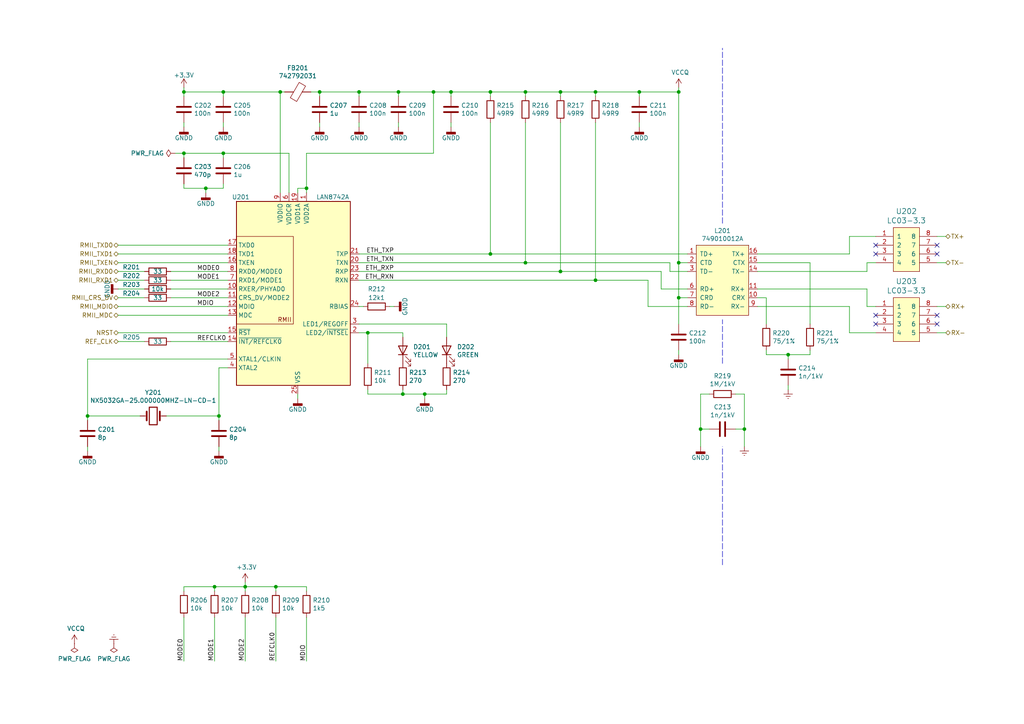
<source format=kicad_sch>
(kicad_sch (version 20230121) (generator eeschema)
  (paper "A4")
  (title_block (date "2023-07-12") (rev "1.1"))
  (lib_symbols
    (symbol "Device:C" (pin_numbers hide) (pin_names (offset 0.254))
      (property "Reference" "C" (at 0.635 2.54 0))
      (property "Value" "C" (at 0.635 -2.54 0))
      (symbol "C_0_1"
        (polyline (pts (xy -2.032 -0.762) (xy 2.032 -0.762)) (stroke (width 0.508)))
        (polyline (pts (xy -2.032 0.762) (xy 2.032 0.762)) (stroke (width 0.508)))
      )
      (symbol "C_1_1"
        (pin passive line (at 0 3.81 270) (length 2.794) (name "~") (number "1"))
        (pin passive line (at 0 -3.81 90) (length 2.794) (name "~") (number "2"))
      )
    )
    (symbol "Device:Crystal" (pin_numbers hide) (pin_names (offset 1.016) hide)
      (property "Reference" "Y" (at 0 3.81 0))
      (property "Value" "Crystal" (at 0 -3.81 0))
      (symbol "Crystal_0_1"
        (rectangle (start -1.143 2.54) (end 1.143 -2.54) (stroke (width 0.3048)))
        (polyline (pts (xy -2.54 0) (xy -1.905 0)))
        (polyline (pts (xy -1.905 -1.27) (xy -1.905 1.27)) (stroke (width 0.508)))
        (polyline (pts (xy 1.905 -1.27) (xy 1.905 1.27)) (stroke (width 0.508)))
        (polyline (pts (xy 2.54 0) (xy 1.905 0)))
      )
      (symbol "Crystal_1_1"
        (pin passive line (at -3.81 0 0) (length 1.27) (name "1") (number "1"))
        (pin passive line (at 3.81 0 180) (length 1.27) (name "2") (number "2"))
      )
    )
    (symbol "Device:Ferrite_Bead" (pin_numbers hide) (pin_names (offset 0))
      (property "Reference" "FB" (at -3.81 0.635 90))
      (property "Value" "Device_Ferrite_Bead" (at 3.81 0 90))
      (symbol "Ferrite_Bead_0_1"
        (polyline (pts (xy 0 -1.27) (xy 0 -1.2192)))
        (polyline (pts (xy 0 1.27) (xy 0 1.2954)))
        (polyline (pts (xy -2.7686 0.4064) (xy -1.7018 2.2606) (xy 2.7686 -0.3048) (xy 1.6764 -2.159) (xy -2.7686 0.4064)))
      )
      (symbol "Ferrite_Bead_1_1"
        (pin passive line (at 0 3.81 270) (length 2.54) (name "~") (number "1"))
        (pin passive line (at 0 -3.81 90) (length 2.54) (name "~") (number "2"))
      )
    )
    (symbol "Device:LED" (pin_numbers hide) (pin_names (offset 1.016) hide)
      (property "Reference" "D" (at 0 2.54 0))
      (property "Value" "LED" (at 0 -2.54 0))
      (symbol "LED_0_1"
        (polyline (pts (xy -1.27 -1.27) (xy -1.27 1.27)) (stroke (width 0.254)))
        (polyline (pts (xy -1.27 0) (xy 1.27 0)))
        (polyline (pts (xy 1.27 -1.27) (xy 1.27 1.27) (xy -1.27 0) (xy 1.27 -1.27)) (stroke (width 0.254)))
        (polyline (pts (xy -3.048 -0.762) (xy -4.572 -2.286) (xy -3.81 -2.286) (xy -4.572 -2.286) (xy -4.572 -1.524)))
        (polyline (pts (xy -1.778 -0.762) (xy -3.302 -2.286) (xy -2.54 -2.286) (xy -3.302 -2.286) (xy -3.302 -1.524)))
      )
      (symbol "LED_1_1"
        (pin passive line (at -3.81 0 0) (length 2.54) (name "K") (number "1"))
        (pin passive line (at 3.81 0 180) (length 2.54) (name "A") (number "2"))
      )
    )
    (symbol "Device:R" (pin_numbers hide) (pin_names (offset 0))
      (property "Reference" "R" (at 2.032 0 90))
      (property "Value" "R" (at 0 0 90))
      (symbol "R_0_1"
        (rectangle (start -1.016 -2.54) (end 1.016 2.54) (stroke (width 0.254)))
      )
      (symbol "R_1_1"
        (pin passive line (at 0 3.81 270) (length 1.27) (name "~") (number "1"))
        (pin passive line (at 0 -3.81 90) (length 1.27) (name "~") (number "2"))
      )
    )
    (symbol "ETH1CFGEN1:749010012A" (pin_names (offset 1.016))
      (property "Reference" "L" (at 0 13.97 0))
      (property "Value" "749010012A" (at 0 11.43 0))
      (symbol "749010012A_0_1"
        (rectangle (start -7.62 10.16) (end 7.62 -10.16) (fill (type background)))
      )
      (symbol "749010012A_1_1"
        (pin bidirectional line (at -10.16 7.62 0) (length 2.54) (name "TD+") (number "1"))
        (pin bidirectional line (at 10.16 -5.08 180) (length 2.54) (name "CRX") (number "10"))
        (pin bidirectional line (at 10.16 -2.54 180) (length 2.54) (name "RX+") (number "11"))
        (pin bidirectional line (at 10.16 2.54 180) (length 2.54) (name "TX-") (number "14"))
        (pin bidirectional line (at 10.16 5.08 180) (length 2.54) (name "CTX") (number "15"))
        (pin bidirectional line (at 10.16 7.62 180) (length 2.54) (name "TX+") (number "16"))
        (pin passive line (at -10.16 5.08 0) (length 2.54) (name "CTD") (number "2"))
        (pin bidirectional line (at -10.16 2.54 0) (length 2.54) (name "TD-") (number "3"))
        (pin bidirectional line (at -10.16 -2.54 0) (length 2.54) (name "RD+") (number "6"))
        (pin passive line (at -10.16 -5.08 0) (length 2.54) (name "CRD") (number "7"))
        (pin bidirectional line (at -10.16 -7.62 0) (length 2.54) (name "RD-") (number "8"))
        (pin bidirectional line (at 10.16 -7.62 180) (length 2.54) (name "RX-") (number "9"))
      )
    )
    (symbol "ETH1CFGEN1:LC03-3.3" (pin_names (offset 1.016))
      (property "Reference" "U" (at -2.54 7.62 0))
      (property "Value" "LC03-3.3" (at 0 -8.255 0))
      (symbol "LC03-3.3_0_1"
        (rectangle (start -3.81 6.35) (end 3.81 -6.35) (fill (type background)))
        (rectangle (start 3.81 -6.35) (end 3.81 -6.35))
      )
      (symbol "LC03-3.3_1_1"
        (pin bidirectional line (at -8.89 3.81 0) (length 5.08) (name "1") (number "1"))
        (pin bidirectional line (at -8.89 1.27 0) (length 5.08) (name "2") (number "2"))
        (pin bidirectional line (at -8.89 -1.27 0) (length 5.08) (name "3") (number "3"))
        (pin bidirectional line (at -8.89 -3.81 0) (length 5.08) (name "4") (number "4"))
        (pin bidirectional line (at 8.89 -3.81 180) (length 5.08) (name "5") (number "5"))
        (pin bidirectional line (at 8.89 -1.27 180) (length 5.08) (name "6") (number "6"))
        (pin bidirectional line (at 8.89 1.27 180) (length 5.08) (name "7") (number "7"))
        (pin bidirectional line (at 8.89 3.81 180) (length 5.08) (name "8") (number "8"))
      )
    )
    (symbol "ETH1CSMU2:LAN8742"
      (property "Reference" "U" (at -13.97 29.21 0))
      (property "Value" "LAN8742" (at 15.24 29.21 0))
      (symbol "LAN8742_0_0"
        (text "RMII" (at -3.81 -6.35 0) (effects (font (size 1.27 1.27))))
      )
      (symbol "LAN8742_0_1"
        (rectangle (start -17.78 17.78) (end -1.27 -7.62))
        (rectangle (start -17.78 27.94) (end 15.24 -25.4) (stroke (width 0.254)) (fill (type background)))
      )
      (symbol "LAN8742_1_1"
        (pin power_in line (at 2.54 30.48 270) (length 2.54) (name "VDD2A") (number "1"))
        (pin output line (at -20.32 2.54 0) (length 2.54) (name "RXER/PHYAD0") (number "10"))
        (pin output line (at -20.32 0 0) (length 2.54) (name "CRS_DV/MODE2") (number "11"))
        (pin bidirectional line (at -20.32 -2.54 0) (length 2.54) (name "MDIO") (number "12"))
        (pin input line (at -20.32 -5.08 0) (length 2.54) (name "MDC") (number "13"))
        (pin output line (at -20.32 -12.7 0) (length 2.54) (name "~{INT/REFCLK0}") (number "14"))
        (pin input line (at -20.32 -10.16 0) (length 2.54) (name "~{RST}") (number "15"))
        (pin input line (at -20.32 10.16 0) (length 2.54) (name "TXEN") (number "16"))
        (pin input line (at -20.32 15.24 0) (length 2.54) (name "TXD0") (number "17"))
        (pin input line (at -20.32 12.7 0) (length 2.54) (name "TXD1") (number "18"))
        (pin power_in line (at 0 30.48 270) (length 2.54) (name "VDD1A") (number "19"))
        (pin bidirectional line (at 17.78 -10.16 180) (length 2.54) (name "LED2/~{INTSEL}") (number "2"))
        (pin output line (at 17.78 10.16 180) (length 2.54) (name "TXN") (number "20"))
        (pin output line (at 17.78 12.7 180) (length 2.54) (name "TXP") (number "21"))
        (pin output line (at 17.78 5.08 180) (length 2.54) (name "RXN") (number "22"))
        (pin output line (at 17.78 7.62 180) (length 2.54) (name "RXP") (number "23"))
        (pin input line (at 17.78 -2.54 180) (length 2.54) (name "RBIAS") (number "24"))
        (pin passive line (at 0 -27.94 90) (length 2.54) (name "VSS") (number "25"))
        (pin bidirectional line (at 17.78 -7.62 180) (length 2.54) (name "LED1/REGOFF") (number "3"))
        (pin passive line (at -20.32 -20.32 0) (length 2.54) (name "XTAL2") (number "4"))
        (pin passive line (at -20.32 -17.78 0) (length 2.54) (name "XTAL1/CLKIN") (number "5"))
        (pin power_in line (at -2.54 30.48 270) (length 2.54) (name "VDDCR") (number "6"))
        (pin output line (at -20.32 5.08 0) (length 2.54) (name "RXD1/MODE1") (number "7"))
        (pin output line (at -20.32 7.62 0) (length 2.54) (name "RXD0/MODE0") (number "8"))
        (pin power_in line (at -5.08 30.48 270) (length 2.54) (name "VDDIO") (number "9"))
      )
    )
    (symbol "power:+3.3V" (power) (pin_names (offset 0))
      (property "Value" "+3.3V" (at 0 3.556 0))
      (symbol "+3.3V_0_1"
        (polyline (pts (xy -0.762 1.27) (xy 0 2.54)))
        (polyline (pts (xy 0 0) (xy 0 2.54)))
        (polyline (pts (xy 0 2.54) (xy 0.762 1.27)))
      )
      (symbol "+3.3V_1_1"
        (pin power_in line (at 0 0 90) (length 0) hide (name "+3.3V") (number "1"))
      )
    )
    (symbol "power:Earth" (power) (pin_names (offset 0))
      (symbol "Earth_0_1"
        (polyline (pts (xy -0.635 -1.905) (xy 0.635 -1.905)))
        (polyline (pts (xy -0.127 -2.54) (xy 0.127 -2.54)))
        (polyline (pts (xy 0 -1.27) (xy 0 0)))
        (polyline (pts (xy 1.27 -1.27) (xy -1.27 -1.27)))
      )
      (symbol "Earth_1_1"
        (pin power_in line (at 0 0 270) (length 0) hide (name "Earth") (number "1"))
      )
    )
    (symbol "power:GNDD" (power) (pin_names (offset 0))
      (property "Value" "GNDD" (at 0 -3.175 0))
      (symbol "GNDD_0_1"
        (rectangle (start -1.27 -1.524) (end 1.27 -2.032) (stroke (width 0.254)) (fill (type outline)))
        (polyline (pts (xy 0 0) (xy 0 -1.524)))
      )
      (symbol "GNDD_1_1"
        (pin power_in line (at 0 0 270) (length 0) hide (name "GNDD") (number "1"))
      )
    )
    (symbol "power:PWR_FLAG" (power) (pin_numbers hide) (pin_names (offset 0) hide)
      (property "Value" "PWR_FLAG" (at 0 3.81 0))
      (symbol "PWR_FLAG_0_0"
        (pin power_out line (at 0 0 90) (length 0) (name "pwr") (number "1"))
      )
      (symbol "PWR_FLAG_0_1"
        (polyline (pts (xy 0 0) (xy 0 1.27) (xy -1.016 1.905) (xy 0 2.54) (xy 1.016 1.905) (xy 0 1.27)))
      )
    )
    (symbol "power:VCCQ" (power) (pin_names (offset 0))
      (property "Value" "VCCQ" (at 0 3.81 0))
      (symbol "VCCQ_0_1"
        (polyline (pts (xy -0.762 1.27) (xy 0 2.54)))
        (polyline (pts (xy 0 0) (xy 0 2.54)))
        (polyline (pts (xy 0 2.54) (xy 0.762 1.27)))
      )
      (symbol "VCCQ_1_1"
        (pin power_in line (at 0 0 90) (length 0) hide (name "VCCQ") (number "1"))
      )
    )
  )
  (junction (at 162.56 78.74))
  (junction (at 88.9 54.61))
  (junction (at 59.69 54.61))
  (junction (at 228.6 102.87))
  (junction (at 152.4 26.67))
  (junction (at 203.2 124.46))
  (junction (at 196.85 76.2))
  (junction (at 130.81 26.67))
  (junction (at 53.34 44.45))
  (junction (at 116.84 114.3))
  (junction (at 80.01 170.18))
  (junction (at 172.72 26.67))
  (junction (at 115.57 26.67))
  (junction (at 123.19 114.3))
  (junction (at 196.85 26.67))
  (junction (at 162.56 26.67))
  (junction (at 92.71 26.67))
  (junction (at 63.5 120.65))
  (junction (at 81.28 26.67))
  (junction (at 142.24 26.67))
  (junction (at 64.77 44.45))
  (junction (at 106.68 96.52))
  (junction (at 125.73 26.67))
  (junction (at 196.85 86.36))
  (junction (at 142.24 73.66))
  (junction (at 62.23 170.18))
  (junction (at 104.14 26.67))
  (junction (at 185.42 26.67))
  (junction (at 25.4 120.65))
  (junction (at 152.4 76.2))
  (junction (at 71.12 170.18))
  (junction (at 64.77 26.67))
  (junction (at 53.34 26.67))
  (junction (at 215.9 124.46))
  (junction (at 172.72 81.28))
  (no_connect (at 271.78 93.98))
  (no_connect (at 271.78 73.66))
  (no_connect (at 254 73.66))
  (no_connect (at 254 71.12))
  (no_connect (at 271.78 71.12))
  (no_connect (at 254 93.98))
  (no_connect (at 254 91.44))
  (no_connect (at 271.78 91.44))
  (wire (pts (xy 172.72 35.56) (xy 172.72 81.28)))
  (wire (pts (xy 48.26 120.65) (xy 63.5 120.65)))
  (wire (pts (xy 125.73 26.67) (xy 115.57 26.67)))
  (wire (pts (xy 271.78 68.58) (xy 274.32 68.58)))
  (wire (pts (xy 104.14 78.74) (xy 162.56 78.74)))
  (wire (pts (xy 129.54 97.79) (xy 129.54 93.98)))
  (wire (pts (xy 53.34 27.94) (xy 53.34 26.67)))
  (wire (pts (xy 59.69 54.61) (xy 64.77 54.61)))
  (wire (pts (xy 53.34 44.45) (xy 64.77 44.45)))
  (wire (pts (xy 162.56 27.94) (xy 162.56 26.67)))
  (wire (pts (xy 53.34 170.18) (xy 62.23 170.18)))
  (wire (pts (xy 86.36 54.61) (xy 88.9 54.61)))
  (wire (pts (xy 116.84 113.03) (xy 116.84 114.3)))
  (wire (pts (xy 106.68 105.41) (xy 106.68 96.52)))
  (wire (pts (xy 104.14 81.28) (xy 172.72 81.28)))
  (wire (pts (xy 80.01 171.45) (xy 80.01 170.18)))
  (wire (pts (xy 86.36 55.88) (xy 86.36 54.61)))
  (wire (pts (xy 63.5 130.81) (xy 63.5 129.54)))
  (wire (pts (xy 251.46 88.9) (xy 254 88.9)))
  (wire (pts (xy 83.82 44.45) (xy 83.82 55.88)))
  (wire (pts (xy 81.28 26.67) (xy 81.28 55.88)))
  (wire (pts (xy 251.46 76.2) (xy 254 76.2)))
  (wire (pts (xy 162.56 78.74) (xy 191.77 78.74)))
  (wire (pts (xy 222.25 86.36) (xy 219.71 86.36)))
  (wire (pts (xy 64.77 54.61) (xy 64.77 53.34)))
  (wire (pts (xy 234.95 102.87) (xy 234.95 101.6)))
  (polyline (pts (xy 209.55 105.41) (xy 209.55 92.71)) (stroke (width 0) (type dash)))
  (wire (pts (xy 53.34 26.67) (xy 64.77 26.67)))
  (wire (pts (xy 88.9 54.61) (xy 88.9 44.45)))
  (wire (pts (xy 71.12 168.91) (xy 71.12 170.18)))
  (wire (pts (xy 162.56 26.67) (xy 172.72 26.67)))
  (wire (pts (xy 251.46 78.74) (xy 251.46 76.2)))
  (wire (pts (xy 115.57 36.83) (xy 115.57 35.56)))
  (wire (pts (xy 125.73 44.45) (xy 125.73 26.67)))
  (wire (pts (xy 222.25 93.98) (xy 222.25 86.36)))
  (polyline (pts (xy 209.55 64.77) (xy 209.55 13.97)) (stroke (width 0) (type dash)))
  (wire (pts (xy 104.14 73.66) (xy 142.24 73.66)))
  (wire (pts (xy 196.85 26.67) (xy 196.85 76.2)))
  (wire (pts (xy 215.9 124.46) (xy 213.36 124.46)))
  (wire (pts (xy 219.71 88.9) (xy 246.38 88.9)))
  (wire (pts (xy 88.9 171.45) (xy 88.9 170.18)))
  (wire (pts (xy 25.4 129.54) (xy 25.4 130.81)))
  (wire (pts (xy 116.84 114.3) (xy 106.68 114.3)))
  (wire (pts (xy 88.9 44.45) (xy 125.73 44.45)))
  (wire (pts (xy 130.81 36.83) (xy 130.81 35.56)))
  (wire (pts (xy 64.77 45.72) (xy 64.77 44.45)))
  (wire (pts (xy 104.14 76.2) (xy 152.4 76.2)))
  (wire (pts (xy 34.29 83.82) (xy 41.91 83.82)))
  (wire (pts (xy 219.71 83.82) (xy 251.46 83.82)))
  (wire (pts (xy 71.12 170.18) (xy 71.12 171.45)))
  (wire (pts (xy 246.38 73.66) (xy 246.38 68.58)))
  (wire (pts (xy 106.68 114.3) (xy 106.68 113.03)))
  (wire (pts (xy 130.81 26.67) (xy 142.24 26.67)))
  (wire (pts (xy 88.9 54.61) (xy 88.9 55.88)))
  (wire (pts (xy 215.9 114.3) (xy 215.9 124.46)))
  (wire (pts (xy 246.38 68.58) (xy 254 68.58)))
  (wire (pts (xy 64.77 26.67) (xy 81.28 26.67)))
  (wire (pts (xy 222.25 101.6) (xy 222.25 102.87)))
  (wire (pts (xy 104.14 93.98) (xy 129.54 93.98)))
  (wire (pts (xy 34.29 81.28) (xy 41.91 81.28)))
  (wire (pts (xy 34.29 99.06) (xy 41.91 99.06)))
  (wire (pts (xy 63.5 106.68) (xy 66.04 106.68)))
  (wire (pts (xy 49.53 78.74) (xy 66.04 78.74)))
  (wire (pts (xy 104.14 27.94) (xy 104.14 26.67)))
  (wire (pts (xy 219.71 73.66) (xy 246.38 73.66)))
  (wire (pts (xy 25.4 104.14) (xy 25.4 120.65)))
  (wire (pts (xy 191.77 83.82) (xy 199.39 83.82)))
  (wire (pts (xy 271.78 96.52) (xy 274.32 96.52)))
  (wire (pts (xy 203.2 114.3) (xy 203.2 124.46)))
  (wire (pts (xy 34.29 76.2) (xy 66.04 76.2)))
  (wire (pts (xy 62.23 170.18) (xy 71.12 170.18)))
  (wire (pts (xy 196.85 86.36) (xy 199.39 86.36)))
  (wire (pts (xy 125.73 26.67) (xy 130.81 26.67)))
  (wire (pts (xy 63.5 121.92) (xy 63.5 120.65)))
  (wire (pts (xy 130.81 27.94) (xy 130.81 26.67)))
  (wire (pts (xy 86.36 115.57) (xy 86.36 114.3)))
  (wire (pts (xy 142.24 73.66) (xy 199.39 73.66)))
  (wire (pts (xy 80.01 179.07) (xy 80.01 191.77)))
  (wire (pts (xy 185.42 27.94) (xy 185.42 26.67)))
  (wire (pts (xy 25.4 121.92) (xy 25.4 120.65)))
  (wire (pts (xy 246.38 96.52) (xy 254 96.52)))
  (wire (pts (xy 25.4 120.65) (xy 40.64 120.65)))
  (wire (pts (xy 34.29 73.66) (xy 66.04 73.66)))
  (wire (pts (xy 53.34 54.61) (xy 59.69 54.61)))
  (wire (pts (xy 203.2 124.46) (xy 205.74 124.46)))
  (wire (pts (xy 228.6 104.14) (xy 228.6 102.87)))
  (wire (pts (xy 34.29 71.12) (xy 66.04 71.12)))
  (wire (pts (xy 53.34 25.4) (xy 53.34 26.67)))
  (wire (pts (xy 104.14 96.52) (xy 106.68 96.52)))
  (wire (pts (xy 246.38 88.9) (xy 246.38 96.52)))
  (wire (pts (xy 172.72 27.94) (xy 172.72 26.67)))
  (wire (pts (xy 228.6 111.76) (xy 228.6 113.03)))
  (wire (pts (xy 53.34 171.45) (xy 53.34 170.18)))
  (wire (pts (xy 215.9 129.54) (xy 215.9 124.46)))
  (wire (pts (xy 53.34 36.83) (xy 53.34 35.56)))
  (wire (pts (xy 64.77 27.94) (xy 64.77 26.67)))
  (wire (pts (xy 104.14 26.67) (xy 92.71 26.67)))
  (wire (pts (xy 49.53 81.28) (xy 66.04 81.28)))
  (wire (pts (xy 81.28 26.67) (xy 82.55 26.67)))
  (wire (pts (xy 59.69 55.88) (xy 59.69 54.61)))
  (wire (pts (xy 234.95 76.2) (xy 219.71 76.2)))
  (wire (pts (xy 271.78 88.9) (xy 274.32 88.9)))
  (wire (pts (xy 185.42 36.83) (xy 185.42 35.56)))
  (wire (pts (xy 49.53 83.82) (xy 66.04 83.82)))
  (wire (pts (xy 64.77 36.83) (xy 64.77 35.56)))
  (wire (pts (xy 71.12 179.07) (xy 71.12 191.77)))
  (wire (pts (xy 152.4 26.67) (xy 162.56 26.67)))
  (wire (pts (xy 88.9 170.18) (xy 80.01 170.18)))
  (wire (pts (xy 185.42 26.67) (xy 196.85 26.67)))
  (wire (pts (xy 92.71 36.83) (xy 92.71 35.56)))
  (wire (pts (xy 106.68 96.52) (xy 116.84 96.52)))
  (wire (pts (xy 196.85 102.87) (xy 196.85 101.6)))
  (wire (pts (xy 49.53 99.06) (xy 66.04 99.06)))
  (wire (pts (xy 152.4 27.94) (xy 152.4 26.67)))
  (wire (pts (xy 92.71 26.67) (xy 90.17 26.67)))
  (wire (pts (xy 172.72 81.28) (xy 187.96 81.28)))
  (wire (pts (xy 115.57 27.94) (xy 115.57 26.67)))
  (wire (pts (xy 172.72 26.67) (xy 185.42 26.67)))
  (wire (pts (xy 123.19 114.3) (xy 129.54 114.3)))
  (wire (pts (xy 152.4 76.2) (xy 194.31 76.2)))
  (wire (pts (xy 114.3 88.9) (xy 113.03 88.9)))
  (wire (pts (xy 49.53 86.36) (xy 66.04 86.36)))
  (wire (pts (xy 104.14 36.83) (xy 104.14 35.56)))
  (wire (pts (xy 34.29 91.44) (xy 66.04 91.44)))
  (wire (pts (xy 105.41 88.9) (xy 104.14 88.9)))
  (wire (pts (xy 187.96 81.28) (xy 187.96 88.9)))
  (wire (pts (xy 228.6 102.87) (xy 234.95 102.87)))
  (wire (pts (xy 194.31 76.2) (xy 194.31 78.74)))
  (wire (pts (xy 62.23 179.07) (xy 62.23 191.77)))
  (wire (pts (xy 50.8 44.45) (xy 53.34 44.45)))
  (wire (pts (xy 219.71 78.74) (xy 251.46 78.74)))
  (wire (pts (xy 271.78 76.2) (xy 274.32 76.2)))
  (wire (pts (xy 80.01 170.18) (xy 71.12 170.18)))
  (wire (pts (xy 213.36 114.3) (xy 215.9 114.3)))
  (wire (pts (xy 62.23 171.45) (xy 62.23 170.18)))
  (wire (pts (xy 203.2 129.54) (xy 203.2 124.46)))
  (wire (pts (xy 53.34 53.34) (xy 53.34 54.61)))
  (wire (pts (xy 66.04 104.14) (xy 25.4 104.14)))
  (wire (pts (xy 63.5 120.65) (xy 63.5 106.68)))
  (wire (pts (xy 162.56 35.56) (xy 162.56 78.74)))
  (wire (pts (xy 152.4 35.56) (xy 152.4 76.2)))
  (wire (pts (xy 34.29 88.9) (xy 66.04 88.9)))
  (wire (pts (xy 116.84 97.79) (xy 116.84 96.52)))
  (wire (pts (xy 234.95 93.98) (xy 234.95 76.2)))
  (wire (pts (xy 222.25 102.87) (xy 228.6 102.87)))
  (wire (pts (xy 142.24 35.56) (xy 142.24 73.66)))
  (polyline (pts (xy 209.55 163.83) (xy 209.55 129.54)) (stroke (width 0) (type dash)))
  (wire (pts (xy 34.29 96.52) (xy 66.04 96.52)))
  (wire (pts (xy 187.96 88.9) (xy 199.39 88.9)))
  (wire (pts (xy 123.19 115.57) (xy 123.19 114.3)))
  (wire (pts (xy 115.57 26.67) (xy 104.14 26.67)))
  (wire (pts (xy 196.85 86.36) (xy 196.85 76.2)))
  (wire (pts (xy 196.85 25.4) (xy 196.85 26.67)))
  (wire (pts (xy 196.85 93.98) (xy 196.85 86.36)))
  (wire (pts (xy 142.24 26.67) (xy 152.4 26.67)))
  (wire (pts (xy 88.9 179.07) (xy 88.9 191.77)))
  (wire (pts (xy 53.34 44.45) (xy 53.34 45.72)))
  (wire (pts (xy 92.71 27.94) (xy 92.71 26.67)))
  (wire (pts (xy 64.77 44.45) (xy 83.82 44.45)))
  (wire (pts (xy 196.85 76.2) (xy 199.39 76.2)))
  (wire (pts (xy 251.46 83.82) (xy 251.46 88.9)))
  (wire (pts (xy 191.77 78.74) (xy 191.77 83.82)))
  (wire (pts (xy 129.54 114.3) (xy 129.54 113.03)))
  (wire (pts (xy 41.91 78.74) (xy 34.29 78.74)))
  (wire (pts (xy 205.74 114.3) (xy 203.2 114.3)))
  (wire (pts (xy 116.84 114.3) (xy 123.19 114.3)))
  (wire (pts (xy 53.34 179.07) (xy 53.34 191.77)))
  (wire (pts (xy 194.31 78.74) (xy 199.39 78.74)))
  (wire (pts (xy 34.29 86.36) (xy 41.91 86.36)))
  (wire (pts (xy 142.24 27.94) (xy 142.24 26.67)))
  (label "ETH_RXN" (at 114.3 81.28 180))
  (label "REFCLK0" (at 80.01 191.77 90))
  (label "MODE2" (at 57.15 86.36 0))
  (label "MDIO" (at 88.9 191.77 90))
  (label "REFCLK0" (at 57.15 99.06 0))
  (label "MODE0" (at 57.15 78.74 0))
  (label "MODE0" (at 53.34 191.77 90))
  (label "ETH_TXN" (at 114.3 76.2 180))
  (label "MODE1" (at 62.23 191.77 90))
  (label "MODE1" (at 57.15 81.28 0))
  (label "ETH_TXP" (at 114.3 73.66 180))
  (label "ETH_RXP" (at 114.3 78.74 180))
  (label "MODE2" (at 71.12 191.77 90))
  (label "MDIO" (at 57.15 88.9 0))
  (hierarchical_label "REF_CLK" (shape bidirectional) (at 34.29 99.06 180))
  (hierarchical_label "TX+" (shape bidirectional) (at 274.32 68.58 0))
  (hierarchical_label "RMII_MDIO" (shape bidirectional) (at 34.29 88.9 180))
  (hierarchical_label "NRST" (shape bidirectional) (at 34.29 96.52 180))
  (hierarchical_label "TX-" (shape bidirectional) (at 274.32 76.2 0))
  (hierarchical_label "RX+" (shape bidirectional) (at 274.32 88.9 0))
  (hierarchical_label "RMII_RXD1" (shape bidirectional) (at 34.29 81.28 180))
  (hierarchical_label "RMII_RXD0" (shape bidirectional) (at 34.29 78.74 180))
  (hierarchical_label "RX-" (shape bidirectional) (at 274.32 96.52 0))
  (hierarchical_label "RMII_TXD1" (shape bidirectional) (at 34.29 73.66 180))
  (hierarchical_label "RMII_MDC" (shape bidirectional) (at 34.29 91.44 180))
  (hierarchical_label "RMII_TXD0" (shape bidirectional) (at 34.29 71.12 180))
  (hierarchical_label "RMII_CRS_DV" (shape bidirectional) (at 34.29 86.36 180))
  (hierarchical_label "RMII_TXEN" (shape bidirectional) (at 34.29 76.2 180))
  (symbol (lib_id "power:GNDD") (at 104.14 36.83 0) (unit 1)
    (property "Reference" "#PWR0213" (effects hide))
    (property "Value" "GNDD" (at 104.14 40.005 0))
    (instances (project "ETH1CSMU2" (path "" (reference "#PWR0213") (unit 1))) (project "ETH1CFGEN1A" (path "" (reference "#PWR0313") (unit 1))))
  )
  (symbol (lib_id "power:GNDD") (at 53.34 36.83 0) (unit 1)
    (property "Reference" "#PWR0206" (effects hide))
    (property "Value" "GNDD" (at 53.34 40.005 0))
    (instances (project "ETH1CSMU2" (path "" (reference "#PWR0206") (unit 1))) (project "ETH1CFGEN1A" (path "" (reference "#PWR0306") (unit 1))))
  )
  (symbol (lib_id "Device:C") (at 64.77 31.75 0) (unit 1)
    (property "Reference" "C205" (at 67.691 30.5816 0) (effects (justify left)))
    (property "Value" "100n" (at 67.691 32.893 0) (effects (justify left)))
    (property "Footprint" "Capacitor_SMD:C_0603_1608Metric_Pad1.08x0.95mm_HandSolder" (effects hide))
    (instances (project "ETH1CSMU2" (path "" (reference "C205") (unit 1))) (project "ETH1CFGEN1A" (path "" (reference "C305") (unit 1))))
  )
  (symbol (lib_id "ETH1CFGEN1:749010012A") (at 209.55 81.28 0) (unit 1)
    (property "Reference" "L201" (at 209.55 66.929 0))
    (property "Value" "749010012A" (at 209.55 69.2404 0))
    (instances (project "ETH1CSMU2" (path "" (reference "L201") (unit 1))) (project "ETH1CFGEN1A" (path "" (reference "L301") (unit 1))))
  )
  (symbol (lib_id "Device:R") (at 71.12 175.26 0) (unit 1)
    (property "Reference" "R208" (at 72.898 174.0916 0) (effects (justify left)))
    (property "Value" "10k" (at 72.898 176.403 0) (effects (justify left)))
    (property "Footprint" "Resistor_SMD:R_0603_1608Metric_Pad0.98x0.95mm_HandSolder" (effects hide))
    (instances (project "ETH1CSMU2" (path "" (reference "R208") (unit 1))) (project "ETH1CFGEN1A" (path "" (reference "R308") (unit 1))))
  )
  (symbol (lib_id "power:GNDD") (at 203.2 129.54 0) (unit 1)
    (property "Reference" "#PWR0221" (effects hide))
    (property "Value" "GNDD" (at 203.2 132.715 0))
    (instances (project "ETH1CSMU2" (path "" (reference "#PWR0221") (unit 1))) (project "ETH1CFGEN1A" (path "" (reference "#PWR0321") (unit 1))))
  )
  (symbol (lib_id "Device:C") (at 185.42 31.75 0) (unit 1)
    (property "Reference" "C211" (at 188.341 30.5816 0) (effects (justify left)))
    (property "Value" "100n" (at 188.341 32.893 0) (effects (justify left)))
    (property "Footprint" "Capacitor_SMD:C_0603_1608Metric_Pad1.08x0.95mm_HandSolder" (effects hide))
    (instances (project "ETH1CSMU2" (path "" (reference "C211") (unit 1))) (project "ETH1CFGEN1A" (path "" (reference "C311") (unit 1))))
  )
  (symbol (lib_id "Device:R") (at 142.24 31.75 0) (unit 1)
    (property "Reference" "R215" (at 144.018 30.5816 0) (effects (justify left)))
    (property "Value" "49R9" (at 144.018 32.893 0) (effects (justify left)))
    (property "Footprint" "Resistor_SMD:R_0603_1608Metric_Pad0.98x0.95mm_HandSolder" (effects hide))
    (instances (project "ETH1CSMU2" (path "" (reference "R215") (unit 1))) (project "ETH1CFGEN1A" (path "" (reference "R315") (unit 1))))
  )
  (symbol (lib_id "power:GNDD") (at 34.29 83.82 270) (unit 1)
    (property "Reference" "#PWR0204" (effects hide))
    (property "Value" "GNDD" (at 31.115 83.82 0))
    (instances (project "ETH1CSMU2" (path "" (reference "#PWR0204") (unit 1))) (project "ETH1CFGEN1A" (path "" (reference "#PWR0304") (unit 1))))
  )
  (symbol (lib_id "Device:R") (at 45.72 78.74 270) (unit 1)
    (property "Reference" "R201" (at 38.1 77.47 90))
    (property "Value" "33" (at 45.72 78.74 90))
    (property "Footprint" "Resistor_SMD:R_0603_1608Metric_Pad0.98x0.95mm_HandSolder" (effects hide))
    (instances (project "ETH1CSMU2" (path "" (reference "R201") (unit 1))) (project "ETH1CFGEN1A" (path "" (reference "R301") (unit 1))))
  )
  (symbol (lib_id "power:GNDD") (at 130.81 36.83 0) (unit 1)
    (property "Reference" "#PWR0217" (effects hide))
    (property "Value" "GNDD" (at 130.81 40.005 0))
    (instances (project "ETH1CSMU2" (path "" (reference "#PWR0217") (unit 1))) (project "ETH1CFGEN1A" (path "" (reference "#PWR0317") (unit 1))))
  )
  (symbol (lib_id "Device:R") (at 222.25 97.79 0) (unit 1)
    (property "Reference" "R220" (at 224.028 96.6216 0) (effects (justify left)))
    (property "Value" "75/1%" (at 224.028 98.933 0) (effects (justify left)))
    (property "Footprint" "Resistor_SMD:R_0603_1608Metric_Pad0.98x0.95mm_HandSolder" (effects hide))
    (instances (project "ETH1CSMU2" (path "" (reference "R220") (unit 1))) (project "ETH1CFGEN1A" (path "" (reference "R320") (unit 1))))
  )
  (symbol (lib_id "Device:R") (at 209.55 114.3 270) (unit 1)
    (property "Reference" "R219" (at 209.55 109.0422 90))
    (property "Value" "1M/1kV" (at 209.55 111.3536 90))
    (instances (project "ETH1CSMU2" (path "" (reference "R219") (unit 1))) (project "ETH1CFGEN1A" (path "" (reference "R319") (unit 1))))
  )
  (symbol (lib_id "power:GNDD") (at 59.69 55.88 0) (unit 1)
    (property "Reference" "#PWR0207" (effects hide))
    (property "Value" "GNDD" (at 59.69 59.055 0))
    (instances (project "ETH1CSMU2" (path "" (reference "#PWR0207") (unit 1))) (project "ETH1CFGEN1A" (path "" (reference "#PWR0307") (unit 1))))
  )
  (symbol (lib_id "Device:R") (at 45.72 99.06 270) (unit 1)
    (property "Reference" "R205" (at 38.1 97.79 90))
    (property "Value" "33" (at 45.72 99.06 90))
    (property "Footprint" "Resistor_SMD:R_0603_1608Metric_Pad0.98x0.95mm_HandSolder" (effects hide))
    (instances (project "ETH1CSMU2" (path "" (reference "R205") (unit 1))) (project "ETH1CFGEN1A" (path "" (reference "R305") (unit 1))))
  )
  (symbol (lib_id "Device:C") (at 53.34 49.53 0) (unit 1)
    (property "Reference" "C203" (at 56.261 48.3616 0) (effects (justify left)))
    (property "Value" "470p" (at 56.261 50.673 0) (effects (justify left)))
    (property "Footprint" "Capacitor_SMD:C_0603_1608Metric_Pad1.08x0.95mm_HandSolder" (effects hide))
    (instances (project "ETH1CSMU2" (path "" (reference "C203") (unit 1))) (project "ETH1CFGEN1A" (path "" (reference "C303") (unit 1))))
  )
  (symbol (lib_id "Device:R") (at 109.22 88.9 270) (unit 1)
    (property "Reference" "R212" (at 109.22 83.82 90))
    (property "Value" "12k1" (at 109.22 86.36 90))
    (property "Footprint" "Resistor_SMD:R_0603_1608Metric_Pad0.98x0.95mm_HandSolder" (effects hide))
    (instances (project "ETH1CSMU2" (path "" (reference "R212") (unit 1))) (project "ETH1CFGEN1A" (path "" (reference "R312") (unit 1))))
  )
  (symbol (lib_id "power:GNDD") (at 64.77 36.83 0) (unit 1)
    (property "Reference" "#PWR0209" (effects hide))
    (property "Value" "GNDD" (at 64.77 40.005 0))
    (instances (project "ETH1CSMU2" (path "" (reference "#PWR0209") (unit 1))) (project "ETH1CFGEN1A" (path "" (reference "#PWR0309") (unit 1))))
  )
  (symbol (lib_id "Device:R") (at 152.4 31.75 0) (unit 1)
    (property "Reference" "R216" (at 154.178 30.5816 0) (effects (justify left)))
    (property "Value" "49R9" (at 154.178 32.893 0) (effects (justify left)))
    (property "Footprint" "Resistor_SMD:R_0603_1608Metric_Pad0.98x0.95mm_HandSolder" (effects hide))
    (instances (project "ETH1CSMU2" (path "" (reference "R216") (unit 1))) (project "ETH1CFGEN1A" (path "" (reference "R316") (unit 1))))
  )
  (symbol (lib_id "power:Earth") (at 228.6 113.03 0) (unit 1)
    (property "Reference" "#PWR0223" (effects hide))
    (property "Value" "Earth" (effects hide))
    (instances (project "ETH1CSMU2" (path "" (reference "#PWR0223") (unit 1))) (project "ETH1CFGEN1A" (path "" (reference "#PWR0323") (unit 1))))
  )
  (symbol (lib_id "power:GNDD") (at 196.85 102.87 0) (unit 1)
    (property "Reference" "#PWR0220" (effects hide))
    (property "Value" "GNDD" (at 196.85 106.045 0))
    (instances (project "ETH1CSMU2" (path "" (reference "#PWR0220") (unit 1))) (project "ETH1CFGEN1A" (path "" (reference "#PWR0320") (unit 1))))
  )
  (symbol (lib_id "power:PWR_FLAG") (at 21.59 186.69 180) (unit 1)
    (property "Reference" "#FLG0201" (effects hide))
    (property "Value" "PWR_FLAG" (at 21.59 191.0842 0))
    (instances (project "ETH1CSMU2" (path "" (reference "#FLG0201") (unit 1))) (project "ETH1CFGEN1A" (path "" (reference "#FLG0301") (unit 1))))
  )
  (symbol (lib_id "power:GNDD") (at 115.57 36.83 0) (unit 1)
    (property "Reference" "#PWR0215" (effects hide))
    (property "Value" "GNDD" (at 115.57 40.005 0))
    (instances (project "ETH1CSMU2" (path "" (reference "#PWR0215") (unit 1))) (project "ETH1CFGEN1A" (path "" (reference "#PWR0315") (unit 1))))
  )
  (symbol (lib_id "Device:C") (at 209.55 124.46 270) (unit 1)
    (property "Reference" "C213" (at 209.55 118.0592 90))
    (property "Value" "1n/1kV" (at 209.55 120.3706 90))
    (instances (project "ETH1CSMU2" (path "" (reference "C213") (unit 1))) (project "ETH1CFGEN1A" (path "" (reference "C313") (unit 1))))
  )
  (symbol (lib_id "Device:C") (at 115.57 31.75 0) (unit 1)
    (property "Reference" "C209" (at 118.491 30.5816 0) (effects (justify left)))
    (property "Value" "100n" (at 118.491 32.893 0) (effects (justify left)))
    (property "Footprint" "Capacitor_SMD:C_0603_1608Metric_Pad1.08x0.95mm_HandSolder" (effects hide))
    (instances (project "ETH1CSMU2" (path "" (reference "C209") (unit 1))) (project "ETH1CFGEN1A" (path "" (reference "C309") (unit 1))))
  )
  (symbol (lib_id "Device:LED") (at 116.84 101.6 90) (unit 1)
    (property "Reference" "D201" (at 119.8372 100.6094 90) (effects (justify right)))
    (property "Value" "YELLOW" (at 119.8372 102.9208 90) (effects (justify right)))
    (property "Footprint" "LED_SMD:LED_0603_1608Metric_Pad1.05x0.95mm_HandSolder" (effects hide))
    (instances (project "ETH1CSMU2" (path "" (reference "D201") (unit 1))) (project "ETH1CFGEN1A" (path "" (reference "D301") (unit 1))))
  )
  (symbol (lib_id "power:PWR_FLAG") (at 33.02 186.69 180) (unit 1)
    (property "Reference" "#FLG0202" (effects hide))
    (property "Value" "PWR_FLAG" (at 33.02 191.0842 0))
    (instances (project "ETH1CSMU2" (path "" (reference "#FLG0202") (unit 1))) (project "ETH1CFGEN1A" (path "" (reference "#FLG0302") (unit 1))))
  )
  (symbol (lib_id "Device:R") (at 172.72 31.75 0) (unit 1)
    (property "Reference" "R218" (at 174.498 30.5816 0) (effects (justify left)))
    (property "Value" "49R9" (at 174.498 32.893 0) (effects (justify left)))
    (property "Footprint" "Resistor_SMD:R_0603_1608Metric_Pad0.98x0.95mm_HandSolder" (effects hide))
    (instances (project "ETH1CSMU2" (path "" (reference "R218") (unit 1))) (project "ETH1CFGEN1A" (path "" (reference "R318") (unit 1))))
  )
  (symbol (lib_id "power:VCCQ") (at 21.59 186.69 0) (unit 1)
    (property "Reference" "#PWR0201" (effects hide))
    (property "Value" "VCCQ" (at 22.0218 182.2958 0))
    (instances (project "ETH1CSMU2" (path "" (reference "#PWR0201") (unit 1))) (project "ETH1CFGEN1A" (path "" (reference "#PWR0301") (unit 1))))
  )
  (symbol (lib_id "Device:R") (at 116.84 109.22 0) (unit 1)
    (property "Reference" "R213" (at 118.618 108.0516 0) (effects (justify left)))
    (property "Value" "270" (at 118.618 110.363 0) (effects (justify left)))
    (property "Footprint" "Resistor_SMD:R_0603_1608Metric_Pad0.98x0.95mm_HandSolder" (effects hide))
    (instances (project "ETH1CSMU2" (path "" (reference "R213") (unit 1))) (project "ETH1CFGEN1A" (path "" (reference "R313") (unit 1))))
  )
  (symbol (lib_id "Device:R") (at 53.34 175.26 0) (unit 1)
    (property "Reference" "R206" (at 55.118 174.0916 0) (effects (justify left)))
    (property "Value" "10k" (at 55.118 176.403 0) (effects (justify left)))
    (property "Footprint" "Resistor_SMD:R_0603_1608Metric_Pad0.98x0.95mm_HandSolder" (effects hide))
    (instances (project "ETH1CSMU2" (path "" (reference "R206") (unit 1))) (project "ETH1CFGEN1A" (path "" (reference "R306") (unit 1))))
  )
  (symbol (lib_id "power:GNDD") (at 92.71 36.83 0) (unit 1)
    (property "Reference" "#PWR0212" (effects hide))
    (property "Value" "GNDD" (at 92.71 40.005 0))
    (instances (project "ETH1CSMU2" (path "" (reference "#PWR0212") (unit 1))) (project "ETH1CFGEN1A" (path "" (reference "#PWR0312") (unit 1))))
  )
  (symbol (lib_id "power:+3.3V") (at 53.34 25.4 0) (unit 1)
    (property "Reference" "#PWR0205" (effects hide))
    (property "Value" "+3.3V" (at 53.34 21.8242 0))
    (instances (project "ETH1CSMU2" (path "" (reference "#PWR0205") (unit 1))) (project "ETH1CFGEN1A" (path "" (reference "#PWR0305") (unit 1))))
  )
  (symbol (lib_id "power:GNDD") (at 185.42 36.83 0) (unit 1)
    (property "Reference" "#PWR0218" (effects hide))
    (property "Value" "GNDD" (at 185.42 40.005 0))
    (instances (project "ETH1CSMU2" (path "" (reference "#PWR0218") (unit 1))) (project "ETH1CFGEN1A" (path "" (reference "#PWR0318") (unit 1))))
  )
  (symbol (lib_id "Device:R") (at 62.23 175.26 0) (unit 1)
    (property "Reference" "R207" (at 64.008 174.0916 0) (effects (justify left)))
    (property "Value" "10k" (at 64.008 176.403 0) (effects (justify left)))
    (property "Footprint" "Resistor_SMD:R_0603_1608Metric_Pad0.98x0.95mm_HandSolder" (effects hide))
    (instances (project "ETH1CSMU2" (path "" (reference "R207") (unit 1))) (project "ETH1CFGEN1A" (path "" (reference "R307") (unit 1))))
  )
  (symbol (lib_id "Device:C") (at 104.14 31.75 0) (unit 1)
    (property "Reference" "C208" (at 107.061 30.5816 0) (effects (justify left)))
    (property "Value" "100n" (at 107.061 32.893 0) (effects (justify left)))
    (property "Footprint" "Capacitor_SMD:C_0603_1608Metric_Pad1.08x0.95mm_HandSolder" (effects hide))
    (instances (project "ETH1CSMU2" (path "" (reference "C208") (unit 1))) (project "ETH1CFGEN1A" (path "" (reference "C308") (unit 1))))
  )
  (symbol (lib_id "Device:R") (at 234.95 97.79 0) (unit 1)
    (property "Reference" "R221" (at 236.728 96.6216 0) (effects (justify left)))
    (property "Value" "75/1%" (at 236.728 98.933 0) (effects (justify left)))
    (property "Footprint" "Resistor_SMD:R_0603_1608Metric_Pad0.98x0.95mm_HandSolder" (effects hide))
    (instances (project "ETH1CSMU2" (path "" (reference "R221") (unit 1))) (project "ETH1CFGEN1A" (path "" (reference "R321") (unit 1))))
  )
  (symbol (lib_id "Device:R") (at 45.72 86.36 270) (unit 1)
    (property "Reference" "R204" (at 38.1 85.09 90))
    (property "Value" "33" (at 45.72 86.36 90))
    (property "Footprint" "Resistor_SMD:R_0603_1608Metric_Pad0.98x0.95mm_HandSolder" (effects hide))
    (instances (project "ETH1CSMU2" (path "" (reference "R204") (unit 1))) (project "ETH1CFGEN1A" (path "" (reference "R304") (unit 1))))
  )
  (symbol (lib_id "Device:C") (at 92.71 31.75 0) (unit 1)
    (property "Reference" "C207" (at 95.631 30.5816 0) (effects (justify left)))
    (property "Value" "1u" (at 95.631 32.893 0) (effects (justify left)))
    (instances (project "ETH1CSMU2" (path "" (reference "C207") (unit 1))) (project "ETH1CFGEN1A" (path "" (reference "C307") (unit 1))))
  )
  (symbol (lib_id "Device:C") (at 196.85 97.79 0) (unit 1)
    (property "Reference" "C212" (at 199.771 96.6216 0) (effects (justify left)))
    (property "Value" "100n" (at 199.771 98.933 0) (effects (justify left)))
    (property "Footprint" "Capacitor_SMD:C_0603_1608Metric_Pad1.08x0.95mm_HandSolder" (effects hide))
    (instances (project "ETH1CSMU2" (path "" (reference "C212") (unit 1))) (project "ETH1CFGEN1A" (path "" (reference "C312") (unit 1))))
  )
  (symbol (lib_id "Device:R") (at 106.68 109.22 0) (unit 1)
    (property "Reference" "R211" (at 108.458 108.0516 0) (effects (justify left)))
    (property "Value" "10k" (at 108.458 110.363 0) (effects (justify left)))
    (property "Footprint" "Resistor_SMD:R_0603_1608Metric_Pad0.98x0.95mm_HandSolder" (effects hide))
    (instances (project "ETH1CSMU2" (path "" (reference "R211") (unit 1))) (project "ETH1CFGEN1A" (path "" (reference "R311") (unit 1))))
  )
  (symbol (lib_id "power:GNDD") (at 114.3 88.9 90) (unit 1)
    (property "Reference" "#PWR0214" (effects hide))
    (property "Value" "GNDD" (at 117.475 88.9 0))
    (instances (project "ETH1CSMU2" (path "" (reference "#PWR0214") (unit 1))) (project "ETH1CFGEN1A" (path "" (reference "#PWR0314") (unit 1))))
  )
  (symbol (lib_id "Device:R") (at 129.54 109.22 0) (unit 1)
    (property "Reference" "R214" (at 131.318 108.0516 0) (effects (justify left)))
    (property "Value" "270" (at 131.318 110.363 0) (effects (justify left)))
    (property "Footprint" "Resistor_SMD:R_0603_1608Metric_Pad0.98x0.95mm_HandSolder" (effects hide))
    (instances (project "ETH1CSMU2" (path "" (reference "R214") (unit 1))) (project "ETH1CFGEN1A" (path "" (reference "R314") (unit 1))))
  )
  (symbol (lib_id "ETH1CSMU2:LAN8742") (at 86.36 86.36 0) (unit 1)
    (property "Reference" "U201" (at 69.85 57.15 0))
    (property "Value" "LAN8742A" (at 96.52 57.15 0))
    (property "Datasheet" "http://ww1.microchip.com/downloads/en/DeviceDoc/8720a.pdf" (effects hide))
    (instances (project "ETH1CSMU2" (path "" (reference "U201") (unit 1))) (project "ETH1CFGEN1A" (path "" (reference "U301") (unit 1))))
  )
  (symbol (lib_id "power:Earth") (at 33.02 186.69 180) (unit 1)
    (property "Reference" "#PWR0203" (effects hide))
    (property "Value" "Earth" (effects hide))
    (instances (project "ETH1CSMU2" (path "" (reference "#PWR0203") (unit 1))) (project "ETH1CFGEN1A" (path "" (reference "#PWR0303") (unit 1))))
  )
  (symbol (lib_id "ETH1CFGEN1:LC03-3.3") (at 262.89 72.39 0) (unit 1)
    (property "Reference" "U202" (at 262.89 61.2902 0) (effects (font (size 1.524 1.524))))
    (property "Value" "LC03-3.3" (at 262.89 63.9826 0) (effects (font (size 1.524 1.524))))
    (instances (project "ETH1CSMU2" (path "" (reference "U202") (unit 1))) (project "ETH1CFGEN1A" (path "" (reference "U302") (unit 1))))
  )
  (symbol (lib_id "Device:C") (at 63.5 125.73 0) (unit 1)
    (property "Reference" "C204" (at 66.421 124.5616 0) (effects (justify left)))
    (property "Value" "8p" (at 66.421 126.873 0) (effects (justify left)))
    (property "Footprint" "Capacitor_SMD:C_0603_1608Metric_Pad1.08x0.95mm_HandSolder" (effects hide))
    (instances (project "ETH1CSMU2" (path "" (reference "C204") (unit 1))) (project "ETH1CFGEN1A" (path "" (reference "C304") (unit 1))))
  )
  (symbol (lib_id "Device:R") (at 45.72 81.28 270) (unit 1)
    (property "Reference" "R202" (at 38.1 80.01 90))
    (property "Value" "33" (at 45.72 81.28 90))
    (property "Footprint" "Resistor_SMD:R_0603_1608Metric_Pad0.98x0.95mm_HandSolder" (effects hide))
    (instances (project "ETH1CSMU2" (path "" (reference "R202") (unit 1))) (project "ETH1CFGEN1A" (path "" (reference "R302") (unit 1))))
  )
  (symbol (lib_id "ETH1CFGEN1:LC03-3.3") (at 262.89 92.71 0) (unit 1)
    (property "Reference" "U203" (at 262.89 81.6102 0) (effects (font (size 1.524 1.524))))
    (property "Value" "LC03-3.3" (at 262.89 84.3026 0) (effects (font (size 1.524 1.524))))
    (instances (project "ETH1CSMU2" (path "" (reference "U203") (unit 1))) (project "ETH1CFGEN1A" (path "" (reference "U303") (unit 1))))
  )
  (symbol (lib_id "power:GNDD") (at 86.36 115.57 0) (unit 1)
    (property "Reference" "#PWR0211" (effects hide))
    (property "Value" "GNDD" (at 86.36 118.745 0))
    (instances (project "ETH1CSMU2" (path "" (reference "#PWR0211") (unit 1))) (project "ETH1CFGEN1A" (path "" (reference "#PWR0311") (unit 1))))
  )
  (symbol (lib_id "Device:C") (at 53.34 31.75 0) (unit 1)
    (property "Reference" "C202" (at 56.261 30.5816 0) (effects (justify left)))
    (property "Value" "100n" (at 56.261 32.893 0) (effects (justify left)))
    (property "Footprint" "Capacitor_SMD:C_0603_1608Metric_Pad1.08x0.95mm_HandSolder" (effects hide))
    (instances (project "ETH1CSMU2" (path "" (reference "C202") (unit 1))) (project "ETH1CFGEN1A" (path "" (reference "C302") (unit 1))))
  )
  (symbol (lib_id "power:Earth") (at 215.9 129.54 0) (unit 1)
    (property "Reference" "#PWR0222" (effects hide))
    (property "Value" "Earth" (effects hide))
    (instances (project "ETH1CSMU2" (path "" (reference "#PWR0222") (unit 1))) (project "ETH1CFGEN1A" (path "" (reference "#PWR0322") (unit 1))))
  )
  (symbol (lib_id "Device:C") (at 25.4 125.73 0) (unit 1)
    (property "Reference" "C201" (at 28.321 124.5616 0) (effects (justify left)))
    (property "Value" "8p" (at 28.321 126.873 0) (effects (justify left)))
    (property "Footprint" "Capacitor_SMD:C_0603_1608Metric_Pad1.08x0.95mm_HandSolder" (effects hide))
    (instances (project "ETH1CSMU2" (path "" (reference "C201") (unit 1))) (project "ETH1CFGEN1A" (path "" (reference "C301") (unit 1))))
  )
  (symbol (lib_id "Device:R") (at 80.01 175.26 0) (unit 1)
    (property "Reference" "R209" (at 81.788 174.0916 0) (effects (justify left)))
    (property "Value" "10k" (at 81.788 176.403 0) (effects (justify left)))
    (property "Footprint" "Resistor_SMD:R_0603_1608Metric_Pad0.98x0.95mm_HandSolder" (effects hide))
    (instances (project "ETH1CSMU2" (path "" (reference "R209") (unit 1))) (project "ETH1CFGEN1A" (path "" (reference "R309") (unit 1))))
  )
  (symbol (lib_id "Device:LED") (at 129.54 101.6 90) (unit 1)
    (property "Reference" "D202" (at 132.5372 100.6094 90) (effects (justify right)))
    (property "Value" "GREEN" (at 132.5372 102.9208 90) (effects (justify right)))
    (property "Footprint" "LED_SMD:LED_0603_1608Metric_Pad1.05x0.95mm_HandSolder" (effects hide))
    (instances (project "ETH1CSMU2" (path "" (reference "D202") (unit 1))) (project "ETH1CFGEN1A" (path "" (reference "D302") (unit 1))))
  )
  (symbol (lib_id "Device:R") (at 88.9 175.26 0) (unit 1)
    (property "Reference" "R210" (at 90.678 174.0916 0) (effects (justify left)))
    (property "Value" "1k5" (at 90.678 176.403 0) (effects (justify left)))
    (property "Footprint" "Resistor_SMD:R_0603_1608Metric_Pad0.98x0.95mm_HandSolder" (effects hide))
    (instances (project "ETH1CSMU2" (path "" (reference "R210") (unit 1))) (project "ETH1CFGEN1A" (path "" (reference "R310") (unit 1))))
  )
  (symbol (lib_id "Device:Ferrite_Bead") (at 86.36 26.67 270) (unit 1)
    (property "Reference" "FB201" (at 86.36 19.7104 90))
    (property "Value" "742792031" (at 86.36 22.0218 90))
    (instances (project "ETH1CSMU2" (path "" (reference "FB201") (unit 1))) (project "ETH1CFGEN1A" (path "" (reference "FB301") (unit 1))))
  )
  (symbol (lib_id "power:PWR_FLAG") (at 50.8 44.45 90) (unit 1)
    (property "Reference" "#FLG0203" (effects hide))
    (property "Value" "PWR_FLAG" (at 47.5742 44.45 90) (effects (justify left)))
    (instances (project "ETH1CSMU2" (path "" (reference "#FLG0203") (unit 1))) (project "ETH1CFGEN1A" (path "" (reference "#FLG0303") (unit 1))))
  )
  (symbol (lib_id "Device:C") (at 64.77 49.53 0) (unit 1)
    (property "Reference" "C206" (at 67.691 48.3616 0) (effects (justify left)))
    (property "Value" "1u" (at 67.691 50.673 0) (effects (justify left)))
    (instances (project "ETH1CSMU2" (path "" (reference "C206") (unit 1))) (project "ETH1CFGEN1A" (path "" (reference "C306") (unit 1))))
  )
  (symbol (lib_id "power:VCCQ") (at 196.85 25.4 0) (unit 1)
    (property "Reference" "#PWR0219" (effects hide))
    (property "Value" "VCCQ" (at 197.2818 21.0058 0))
    (instances (project "ETH1CSMU2" (path "" (reference "#PWR0219") (unit 1))) (project "ETH1CFGEN1A" (path "" (reference "#PWR0319") (unit 1))))
  )
  (symbol (lib_id "Device:C") (at 228.6 107.95 0) (unit 1)
    (property "Reference" "C214" (at 231.521 106.7816 0) (effects (justify left)))
    (property "Value" "1n/1kV" (at 231.521 109.093 0) (effects (justify left)))
    (instances (project "ETH1CSMU2" (path "" (reference "C214") (unit 1))) (project "ETH1CFGEN1A" (path "" (reference "C314") (unit 1))))
  )
  (symbol (lib_id "Device:R") (at 162.56 31.75 0) (unit 1)
    (property "Reference" "R217" (at 164.338 30.5816 0) (effects (justify left)))
    (property "Value" "49R9" (at 164.338 32.893 0) (effects (justify left)))
    (property "Footprint" "Resistor_SMD:R_0603_1608Metric_Pad0.98x0.95mm_HandSolder" (effects hide))
    (instances (project "ETH1CSMU2" (path "" (reference "R217") (unit 1))) (project "ETH1CFGEN1A" (path "" (reference "R317") (unit 1))))
  )
  (symbol (lib_id "power:GNDD") (at 63.5 130.81 0) (unit 1)
    (property "Reference" "#PWR0208" (effects hide))
    (property "Value" "GNDD" (at 63.5 133.985 0))
    (instances (project "ETH1CSMU2" (path "" (reference "#PWR0208") (unit 1))) (project "ETH1CFGEN1A" (path "" (reference "#PWR0308") (unit 1))))
  )
  (symbol (lib_id "Device:C") (at 130.81 31.75 0) (unit 1)
    (property "Reference" "C210" (at 133.731 30.5816 0) (effects (justify left)))
    (property "Value" "100n" (at 133.731 32.893 0) (effects (justify left)))
    (property "Footprint" "Capacitor_SMD:C_0603_1608Metric_Pad1.08x0.95mm_HandSolder" (effects hide))
    (instances (project "ETH1CSMU2" (path "" (reference "C210") (unit 1))) (project "ETH1CFGEN1A" (path "" (reference "C310") (unit 1))))
  )
  (symbol (lib_id "power:GNDD") (at 123.19 115.57 0) (unit 1)
    (property "Reference" "#PWR0216" (effects hide))
    (property "Value" "GNDD" (at 123.19 118.745 0))
    (instances (project "ETH1CSMU2" (path "" (reference "#PWR0216") (unit 1))) (project "ETH1CFGEN1A" (path "" (reference "#PWR0316") (unit 1))))
  )
  (symbol (lib_id "Device:Crystal") (at 44.45 120.65 180) (unit 1)
    (property "Reference" "Y201" (at 44.45 113.8428 0))
    (property "Value" "NX5032GA-25.000000MHZ-LN-CD-1" (at 44.45 116.1542 0))
    (instances (project "ETH1CSMU2" (path "" (reference "Y201") (unit 1))) (project "ETH1CFGEN1A" (path "" (reference "Y301") (unit 1))))
  )
  (symbol (lib_id "power:GNDD") (at 25.4 130.81 0) (unit 1)
    (property "Reference" "#PWR0202" (effects hide))
    (property "Value" "GNDD" (at 25.4 133.985 0))
    (instances (project "ETH1CSMU2" (path "" (reference "#PWR0202") (unit 1))) (project "ETH1CFGEN1A" (path "" (reference "#PWR0302") (unit 1))))
  )
  (symbol (lib_id "Device:R") (at 45.72 83.82 270) (unit 1)
    (property "Reference" "R203" (at 38.1 82.55 90))
    (property "Value" "10k" (at 45.72 83.82 90))
    (property "Footprint" "Resistor_SMD:R_0603_1608Metric_Pad0.98x0.95mm_HandSolder" (effects hide))
    (instances (project "ETH1CSMU2" (path "" (reference "R203") (unit 1))) (project "ETH1CFGEN1A" (path "" (reference "R303") (unit 1))))
  )
  (symbol (lib_id "power:+3.3V") (at 71.12 168.91 0) (unit 1)
    (property "Reference" "#PWR0210" (effects hide))
    (property "Value" "+3.3V" (at 71.501 164.5158 0))
    (instances (project "ETH1CSMU2" (path "" (reference "#PWR0210") (unit 1))) (project "ETH1CFGEN1A" (path "" (reference "#PWR0310") (unit 1))))
  )
)
</source>
